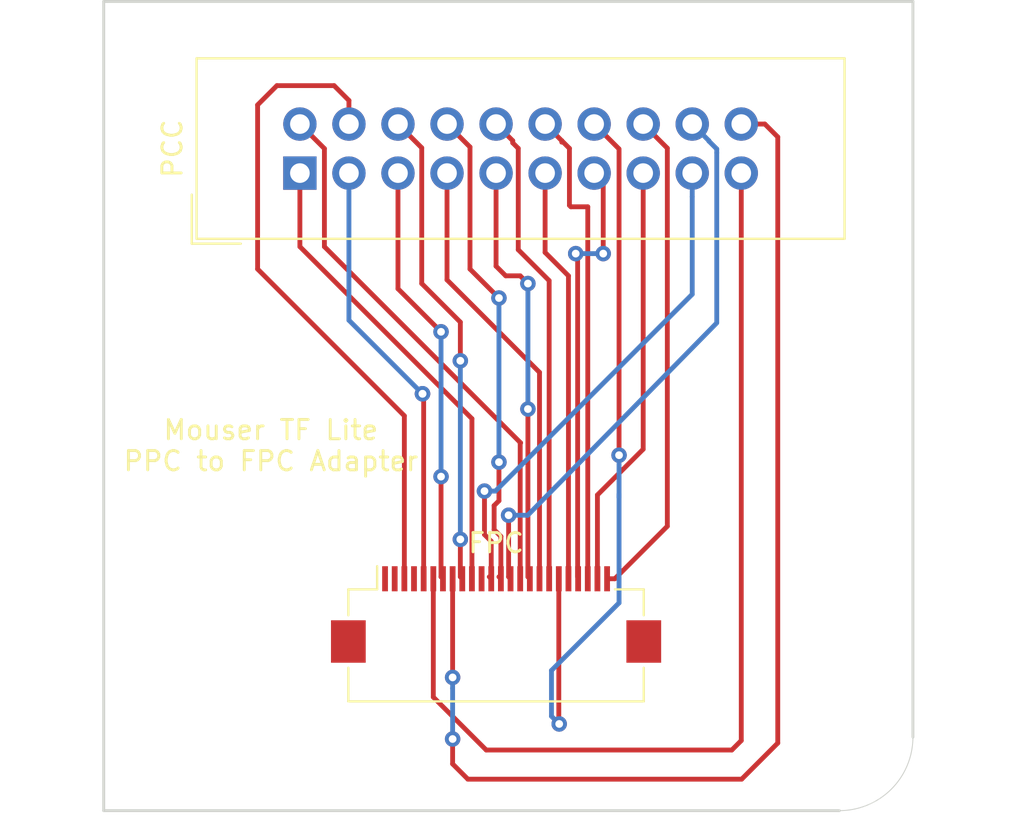
<source format=kicad_pcb>
(kicad_pcb (version 20171130) (host pcbnew "(5.1.5)-3")

  (general
    (thickness 1.6)
    (drawings 6)
    (tracks 143)
    (zones 0)
    (modules 4)
    (nets 1)
  )

  (page A4)
  (layers
    (0 F.Cu signal)
    (31 B.Cu signal)
    (32 B.Adhes user)
    (33 F.Adhes user)
    (34 B.Paste user)
    (35 F.Paste user)
    (36 B.SilkS user)
    (37 F.SilkS user)
    (38 B.Mask user)
    (39 F.Mask user)
    (40 Dwgs.User user)
    (41 Cmts.User user)
    (42 Eco1.User user)
    (43 Eco2.User user)
    (44 Edge.Cuts user)
    (45 Margin user)
    (46 B.CrtYd user)
    (47 F.CrtYd user)
    (48 B.Fab user)
    (49 F.Fab user)
  )

  (setup
    (last_trace_width 0.25)
    (trace_clearance 0.2)
    (zone_clearance 0.508)
    (zone_45_only no)
    (trace_min 0.2)
    (via_size 0.8)
    (via_drill 0.4)
    (via_min_size 0.4)
    (via_min_drill 0.3)
    (uvia_size 0.3)
    (uvia_drill 0.1)
    (uvias_allowed no)
    (uvia_min_size 0.2)
    (uvia_min_drill 0.1)
    (edge_width 0.05)
    (segment_width 0.2)
    (pcb_text_width 0.3)
    (pcb_text_size 1.5 1.5)
    (mod_edge_width 0.12)
    (mod_text_size 1 1)
    (mod_text_width 0.15)
    (pad_size 1.524 1.524)
    (pad_drill 0.762)
    (pad_to_mask_clearance 0.051)
    (solder_mask_min_width 0.25)
    (aux_axis_origin 0 0)
    (visible_elements FFFDEF7F)
    (pcbplotparams
      (layerselection 0x010fc_ffffffff)
      (usegerberextensions false)
      (usegerberattributes false)
      (usegerberadvancedattributes false)
      (creategerberjobfile false)
      (excludeedgelayer true)
      (linewidth 0.100000)
      (plotframeref false)
      (viasonmask false)
      (mode 1)
      (useauxorigin false)
      (hpglpennumber 1)
      (hpglpenspeed 20)
      (hpglpendiameter 15.000000)
      (psnegative false)
      (psa4output false)
      (plotreference true)
      (plotvalue true)
      (plotinvisibletext false)
      (padsonsilk false)
      (subtractmaskfromsilk false)
      (outputformat 1)
      (mirror false)
      (drillshape 1)
      (scaleselection 1)
      (outputdirectory ""))
  )

  (net 0 "")

  (net_class Default "This is the default net class."
    (clearance 0.2)
    (trace_width 0.25)
    (via_dia 0.8)
    (via_drill 0.4)
    (uvia_dia 0.3)
    (uvia_drill 0.1)
  )

  (module MountingHole:MountingHole_2.2mm_M2 (layer F.Cu) (tedit 56D1B4CB) (tstamp 5EBEC148)
    (at 87.73 110.7)
    (descr "Mounting Hole 2.2mm, no annular, M2")
    (tags "mounting hole 2.2mm no annular m2")
    (attr virtual)
    (fp_text reference REF** (at 0 -3.2) (layer F.SilkS) hide
      (effects (font (size 1 1) (thickness 0.15)))
    )
    (fp_text value MountingHole_2.2mm_M2 (at 0 3.2) (layer F.Fab)
      (effects (font (size 1 1) (thickness 0.15)))
    )
    (fp_circle (center 0 0) (end 2.45 0) (layer F.CrtYd) (width 0.05))
    (fp_circle (center 0 0) (end 2.2 0) (layer Cmts.User) (width 0.15))
    (fp_text user %R (at 0.3 0) (layer F.Fab)
      (effects (font (size 1 1) (thickness 0.15)))
    )
    (pad 1 np_thru_hole circle (at 0 0) (size 2.2 2.2) (drill 2.2) (layers *.Cu *.Mask))
  )

  (module MountingHole:MountingHole_2.2mm_M2 (layer F.Cu) (tedit 56D1B4CB) (tstamp 5EBEC12B)
    (at 53.64 110.53)
    (descr "Mounting Hole 2.2mm, no annular, M2")
    (tags "mounting hole 2.2mm no annular m2")
    (attr virtual)
    (fp_text reference REF** (at 0 -3.2) (layer F.SilkS) hide
      (effects (font (size 1 1) (thickness 0.15)))
    )
    (fp_text value MountingHole_2.2mm_M2 (at 0 3.2) (layer F.Fab)
      (effects (font (size 1 1) (thickness 0.15)))
    )
    (fp_circle (center 0 0) (end 2.45 0) (layer F.CrtYd) (width 0.05))
    (fp_circle (center 0 0) (end 2.2 0) (layer Cmts.User) (width 0.15))
    (fp_text user %R (at 0.3 0) (layer F.Fab)
      (effects (font (size 1 1) (thickness 0.15)))
    )
    (pad 1 np_thru_hole circle (at 0 0) (size 2.2 2.2) (drill 2.2) (layers *.Cu *.Mask))
  )

  (module Connector_IDC:IDC-Header_2x10_P2.54mm_Vertical (layer F.Cu) (tedit 59DE0251) (tstamp 5EBE9FC8)
    (at 59.69 81.28 90)
    (descr "Through hole straight IDC box header, 2x10, 2.54mm pitch, double rows")
    (tags "Through hole IDC box header THT 2x10 2.54mm double row")
    (fp_text reference PCC (at 1.27 -6.604 90) (layer F.SilkS)
      (effects (font (size 1 1) (thickness 0.15)))
    )
    (fp_text value IDC-Header_2x10_P2.54mm_Vertical (at -5.08 12.7) (layer F.Fab)
      (effects (font (size 1 1) (thickness 0.15)))
    )
    (fp_line (start -3.655 -5.6) (end -1.115 -5.6) (layer F.SilkS) (width 0.12))
    (fp_line (start -3.655 -5.6) (end -3.655 -3.06) (layer F.SilkS) (width 0.12))
    (fp_line (start -3.405 -5.35) (end 5.945 -5.35) (layer F.SilkS) (width 0.12))
    (fp_line (start -3.405 28.21) (end -3.405 -5.35) (layer F.SilkS) (width 0.12))
    (fp_line (start 5.945 28.21) (end -3.405 28.21) (layer F.SilkS) (width 0.12))
    (fp_line (start 5.945 -5.35) (end 5.945 28.21) (layer F.SilkS) (width 0.12))
    (fp_line (start -3.41 -5.35) (end 5.95 -5.35) (layer F.CrtYd) (width 0.05))
    (fp_line (start -3.41 28.21) (end -3.41 -5.35) (layer F.CrtYd) (width 0.05))
    (fp_line (start 5.95 28.21) (end -3.41 28.21) (layer F.CrtYd) (width 0.05))
    (fp_line (start 5.95 -5.35) (end 5.95 28.21) (layer F.CrtYd) (width 0.05))
    (fp_line (start -3.155 27.96) (end -2.605 27.4) (layer F.Fab) (width 0.1))
    (fp_line (start -3.155 -5.1) (end -2.605 -4.56) (layer F.Fab) (width 0.1))
    (fp_line (start 5.695 27.96) (end 5.145 27.4) (layer F.Fab) (width 0.1))
    (fp_line (start 5.695 -5.1) (end 5.145 -4.56) (layer F.Fab) (width 0.1))
    (fp_line (start 5.145 27.4) (end -2.605 27.4) (layer F.Fab) (width 0.1))
    (fp_line (start 5.695 27.96) (end -3.155 27.96) (layer F.Fab) (width 0.1))
    (fp_line (start 5.145 -4.56) (end -2.605 -4.56) (layer F.Fab) (width 0.1))
    (fp_line (start 5.695 -5.1) (end -3.155 -5.1) (layer F.Fab) (width 0.1))
    (fp_line (start -2.605 13.68) (end -3.155 13.68) (layer F.Fab) (width 0.1))
    (fp_line (start -2.605 9.18) (end -3.155 9.18) (layer F.Fab) (width 0.1))
    (fp_line (start -2.605 13.68) (end -2.605 27.4) (layer F.Fab) (width 0.1))
    (fp_line (start -2.605 -4.56) (end -2.605 9.18) (layer F.Fab) (width 0.1))
    (fp_line (start -3.155 -5.1) (end -3.155 27.96) (layer F.Fab) (width 0.1))
    (fp_line (start 5.145 -4.56) (end 5.145 27.4) (layer F.Fab) (width 0.1))
    (fp_line (start 5.695 -5.1) (end 5.695 27.96) (layer F.Fab) (width 0.1))
    (fp_text user %R (at 1.27 11.43 90) (layer F.Fab)
      (effects (font (size 1 1) (thickness 0.15)))
    )
    (pad 20 thru_hole oval (at 2.54 22.86 90) (size 1.7272 1.7272) (drill 1.016) (layers *.Cu *.Mask))
    (pad 19 thru_hole oval (at 0 22.86 90) (size 1.7272 1.7272) (drill 1.016) (layers *.Cu *.Mask))
    (pad 18 thru_hole oval (at 2.54 20.32 90) (size 1.7272 1.7272) (drill 1.016) (layers *.Cu *.Mask))
    (pad 17 thru_hole oval (at 0 20.32 90) (size 1.7272 1.7272) (drill 1.016) (layers *.Cu *.Mask))
    (pad 16 thru_hole oval (at 2.54 17.78 90) (size 1.7272 1.7272) (drill 1.016) (layers *.Cu *.Mask))
    (pad 15 thru_hole oval (at 0 17.78 90) (size 1.7272 1.7272) (drill 1.016) (layers *.Cu *.Mask))
    (pad 14 thru_hole oval (at 2.54 15.24 90) (size 1.7272 1.7272) (drill 1.016) (layers *.Cu *.Mask))
    (pad 13 thru_hole oval (at 0 15.24 90) (size 1.7272 1.7272) (drill 1.016) (layers *.Cu *.Mask))
    (pad 12 thru_hole oval (at 2.54 12.7 90) (size 1.7272 1.7272) (drill 1.016) (layers *.Cu *.Mask))
    (pad 11 thru_hole oval (at 0 12.7 90) (size 1.7272 1.7272) (drill 1.016) (layers *.Cu *.Mask))
    (pad 10 thru_hole oval (at 2.54 10.16 90) (size 1.7272 1.7272) (drill 1.016) (layers *.Cu *.Mask))
    (pad 9 thru_hole oval (at 0 10.16 90) (size 1.7272 1.7272) (drill 1.016) (layers *.Cu *.Mask))
    (pad 8 thru_hole oval (at 2.54 7.62 90) (size 1.7272 1.7272) (drill 1.016) (layers *.Cu *.Mask))
    (pad 7 thru_hole oval (at 0 7.62 90) (size 1.7272 1.7272) (drill 1.016) (layers *.Cu *.Mask))
    (pad 6 thru_hole oval (at 2.54 5.08 90) (size 1.7272 1.7272) (drill 1.016) (layers *.Cu *.Mask))
    (pad 5 thru_hole oval (at 0 5.08 90) (size 1.7272 1.7272) (drill 1.016) (layers *.Cu *.Mask))
    (pad 4 thru_hole oval (at 2.54 2.54 90) (size 1.7272 1.7272) (drill 1.016) (layers *.Cu *.Mask))
    (pad 3 thru_hole oval (at 0 2.54 90) (size 1.7272 1.7272) (drill 1.016) (layers *.Cu *.Mask))
    (pad 2 thru_hole oval (at 2.54 0 90) (size 1.7272 1.7272) (drill 1.016) (layers *.Cu *.Mask))
    (pad 1 thru_hole rect (at 0 0 90) (size 1.7272 1.7272) (drill 1.016) (layers *.Cu *.Mask))
    (model ${KISYS3DMOD}/Connector_IDC.3dshapes/IDC-Header_2x10_P2.54mm_Vertical.wrl
      (at (xyz 0 0 0))
      (scale (xyz 1 1 1))
      (rotate (xyz 0 0 0))
    )
  )

  (module Connector_FFC-FPC:Hirose_FH12-24S-0.5SH_1x24-1MP_P0.50mm_Horizontal (layer F.Cu) (tedit 5D24667B) (tstamp 5EBE9B89)
    (at 69.85 104.14)
    (descr "Hirose FH12, FFC/FPC connector, FH12-24S-0.5SH, 24 Pins per row (https://www.hirose.com/product/en/products/FH12/FH12-24S-0.5SH(55)/), generated with kicad-footprint-generator")
    (tags "connector Hirose FH12 horizontal")
    (attr smd)
    (fp_text reference FPC (at 0 -3.7) (layer F.SilkS)
      (effects (font (size 1 1) (thickness 0.15)))
    )
    (fp_text value "1x24 P0.50mm" (at 0 5.6) (layer F.Fab)
      (effects (font (size 1 1) (thickness 0.15)))
    )
    (fp_text user %R (at 0 3.7) (layer F.Fab)
      (effects (font (size 1 1) (thickness 0.15)))
    )
    (fp_line (start 9.05 -3) (end -9.05 -3) (layer F.CrtYd) (width 0.05))
    (fp_line (start 9.05 4.9) (end 9.05 -3) (layer F.CrtYd) (width 0.05))
    (fp_line (start -9.05 4.9) (end 9.05 4.9) (layer F.CrtYd) (width 0.05))
    (fp_line (start -9.05 -3) (end -9.05 4.9) (layer F.CrtYd) (width 0.05))
    (fp_line (start -5.75 -0.492893) (end -5.25 -1.2) (layer F.Fab) (width 0.1))
    (fp_line (start -6.25 -1.2) (end -5.75 -0.492893) (layer F.Fab) (width 0.1))
    (fp_line (start -6.16 -1.3) (end -6.16 -2.5) (layer F.SilkS) (width 0.12))
    (fp_line (start 7.65 4.5) (end 7.65 2.76) (layer F.SilkS) (width 0.12))
    (fp_line (start -7.65 4.5) (end 7.65 4.5) (layer F.SilkS) (width 0.12))
    (fp_line (start -7.65 2.76) (end -7.65 4.5) (layer F.SilkS) (width 0.12))
    (fp_line (start 7.65 -1.3) (end 7.65 0.04) (layer F.SilkS) (width 0.12))
    (fp_line (start 6.16 -1.3) (end 7.65 -1.3) (layer F.SilkS) (width 0.12))
    (fp_line (start -7.65 -1.3) (end -7.65 0.04) (layer F.SilkS) (width 0.12))
    (fp_line (start -6.16 -1.3) (end -7.65 -1.3) (layer F.SilkS) (width 0.12))
    (fp_line (start 7.45 4.4) (end 0 4.4) (layer F.Fab) (width 0.1))
    (fp_line (start 7.45 3.7) (end 7.45 4.4) (layer F.Fab) (width 0.1))
    (fp_line (start 6.95 3.7) (end 7.45 3.7) (layer F.Fab) (width 0.1))
    (fp_line (start 6.95 3.4) (end 6.95 3.7) (layer F.Fab) (width 0.1))
    (fp_line (start 7.55 3.4) (end 6.95 3.4) (layer F.Fab) (width 0.1))
    (fp_line (start 7.55 -1.2) (end 7.55 3.4) (layer F.Fab) (width 0.1))
    (fp_line (start 0 -1.2) (end 7.55 -1.2) (layer F.Fab) (width 0.1))
    (fp_line (start -7.45 4.4) (end 0 4.4) (layer F.Fab) (width 0.1))
    (fp_line (start -7.45 3.7) (end -7.45 4.4) (layer F.Fab) (width 0.1))
    (fp_line (start -6.95 3.7) (end -7.45 3.7) (layer F.Fab) (width 0.1))
    (fp_line (start -6.95 3.4) (end -6.95 3.7) (layer F.Fab) (width 0.1))
    (fp_line (start -7.55 3.4) (end -6.95 3.4) (layer F.Fab) (width 0.1))
    (fp_line (start -7.55 -1.2) (end -7.55 3.4) (layer F.Fab) (width 0.1))
    (fp_line (start 0 -1.2) (end -7.55 -1.2) (layer F.Fab) (width 0.1))
    (pad 24 smd rect (at 5.75 -1.85) (size 0.3 1.3) (layers F.Cu F.Paste F.Mask))
    (pad 23 smd rect (at 5.25 -1.85) (size 0.3 1.3) (layers F.Cu F.Paste F.Mask))
    (pad 22 smd rect (at 4.75 -1.85) (size 0.3 1.3) (layers F.Cu F.Paste F.Mask))
    (pad 21 smd rect (at 4.25 -1.85) (size 0.3 1.3) (layers F.Cu F.Paste F.Mask))
    (pad 20 smd rect (at 3.75 -1.85) (size 0.3 1.3) (layers F.Cu F.Paste F.Mask))
    (pad 19 smd rect (at 3.25 -1.85) (size 0.3 1.3) (layers F.Cu F.Paste F.Mask))
    (pad 18 smd rect (at 2.75 -1.85) (size 0.3 1.3) (layers F.Cu F.Paste F.Mask))
    (pad 17 smd rect (at 2.25 -1.85) (size 0.3 1.3) (layers F.Cu F.Paste F.Mask))
    (pad 16 smd rect (at 1.75 -1.85) (size 0.3 1.3) (layers F.Cu F.Paste F.Mask))
    (pad 15 smd rect (at 1.25 -1.85) (size 0.3 1.3) (layers F.Cu F.Paste F.Mask))
    (pad 14 smd rect (at 0.75 -1.85) (size 0.3 1.3) (layers F.Cu F.Paste F.Mask))
    (pad 13 smd rect (at 0.25 -1.85) (size 0.3 1.3) (layers F.Cu F.Paste F.Mask))
    (pad 12 smd rect (at -0.25 -1.85) (size 0.3 1.3) (layers F.Cu F.Paste F.Mask))
    (pad 11 smd rect (at -0.75 -1.85) (size 0.3 1.3) (layers F.Cu F.Paste F.Mask))
    (pad 10 smd rect (at -1.25 -1.85) (size 0.3 1.3) (layers F.Cu F.Paste F.Mask))
    (pad 9 smd rect (at -1.75 -1.85) (size 0.3 1.3) (layers F.Cu F.Paste F.Mask))
    (pad 8 smd rect (at -2.25 -1.85) (size 0.3 1.3) (layers F.Cu F.Paste F.Mask))
    (pad 7 smd rect (at -2.75 -1.85) (size 0.3 1.3) (layers F.Cu F.Paste F.Mask))
    (pad 6 smd rect (at -3.25 -1.85) (size 0.3 1.3) (layers F.Cu F.Paste F.Mask))
    (pad 5 smd rect (at -3.75 -1.85) (size 0.3 1.3) (layers F.Cu F.Paste F.Mask))
    (pad 4 smd rect (at -4.25 -1.85) (size 0.3 1.3) (layers F.Cu F.Paste F.Mask))
    (pad 3 smd rect (at -4.75 -1.85) (size 0.3 1.3) (layers F.Cu F.Paste F.Mask))
    (pad 2 smd rect (at -5.25 -1.85) (size 0.3 1.3) (layers F.Cu F.Paste F.Mask))
    (pad 1 smd rect (at -5.75 -1.85) (size 0.3 1.3) (layers F.Cu F.Paste F.Mask))
    (pad MP smd rect (at -7.65 1.4) (size 1.8 2.2) (layers F.Cu F.Paste F.Mask))
    (pad MP smd rect (at 7.65 1.4) (size 1.8 2.2) (layers F.Cu F.Paste F.Mask))
    (model ${KISYS3DMOD}/Connector_FFC-FPC.3dshapes/Hirose_FH12-24S-0.5SH_1x24-1MP_P0.50mm_Horizontal.wrl
      (at (xyz 0 0 0))
      (scale (xyz 1 1 1))
      (rotate (xyz 0 0 0))
    )
  )

  (gr_text "Mouser TF Lite\nPPC to FPC Adapter" (at 58.19 95.39) (layer F.SilkS)
    (effects (font (size 1 1) (thickness 0.15)))
  )
  (gr_line (start 91.44 72.39) (end 91.44 110.49) (layer Edge.Cuts) (width 0.15))
  (gr_arc (start 87.63 110.49) (end 87.63 114.3) (angle -90) (layer Edge.Cuts) (width 0.05))
  (gr_line (start 49.53 114.3) (end 49.53 72.39) (layer Edge.Cuts) (width 0.15) (tstamp 5EBEA1AA))
  (gr_line (start 87.63 114.3) (end 49.53 114.3) (layer Edge.Cuts) (width 0.15))
  (gr_line (start 49.53 72.39) (end 91.44 72.39) (layer Edge.Cuts) (width 0.15))

  (segment (start 68.6 94) (end 68.6 102.29) (width 0.25) (layer F.Cu) (net 0))
  (segment (start 59.69 81.28) (end 59.69 85.09) (width 0.25) (layer F.Cu) (net 0))
  (segment (start 59.69 85.09) (end 68.6 94) (width 0.25) (layer F.Cu) (net 0))
  (segment (start 59.69 78.74) (end 60.96 80.01) (width 0.25) (layer F.Cu) (net 0))
  (segment (start 60.96 80.01) (end 60.96 85.09) (width 0.25) (layer F.Cu) (net 0))
  (segment (start 60.96 85.09) (end 71.12 95.25) (width 0.25) (layer F.Cu) (net 0))
  (segment (start 71.1 95.27) (end 71.1 102.29) (width 0.25) (layer F.Cu) (net 0))
  (segment (start 71.12 95.25) (end 71.1 95.27) (width 0.25) (layer F.Cu) (net 0))
  (segment (start 62.23 81.28) (end 62.23 88.9) (width 0.25) (layer B.Cu) (net 0))
  (segment (start 62.23 88.9) (end 66.04 92.71) (width 0.25) (layer B.Cu) (net 0))
  (segment (start 66.04 92.71) (end 66.04 92.71) (width 0.25) (layer B.Cu) (net 0) (tstamp 5EBEB060))
  (via (at 66.04 92.71) (size 0.8) (drill 0.4) (layers F.Cu B.Cu) (net 0))
  (segment (start 66.04 92.71) (end 66.04 92.71) (width 0.25) (layer B.Cu) (net 0) (tstamp 5EBEB06D))
  (via (at 66.04 92.71) (size 0.8) (drill 0.4) (layers F.Cu B.Cu) (net 0))
  (segment (start 66.1 92.77) (end 66.04 92.71) (width 0.25) (layer F.Cu) (net 0))
  (segment (start 66.1 102.29) (end 66.1 92.77) (width 0.25) (layer F.Cu) (net 0))
  (segment (start 62.23 77.518686) (end 61.461314 76.75) (width 0.25) (layer F.Cu) (net 0))
  (segment (start 62.23 78.74) (end 62.23 77.518686) (width 0.25) (layer F.Cu) (net 0))
  (segment (start 61.461314 76.75) (end 58.5 76.75) (width 0.25) (layer F.Cu) (net 0))
  (segment (start 58.5 76.75) (end 57.5 77.75) (width 0.25) (layer F.Cu) (net 0))
  (segment (start 57.5 77.75) (end 57.5 86.25) (width 0.25) (layer F.Cu) (net 0))
  (segment (start 65.1 93.85) (end 65.1 102.29) (width 0.25) (layer F.Cu) (net 0))
  (segment (start 57.5 86.25) (end 65.1 93.85) (width 0.25) (layer F.Cu) (net 0))
  (via (at 67 97) (size 0.8) (drill 0.4) (layers F.Cu B.Cu) (net 0))
  (segment (start 67 102.19) (end 67.1 102.29) (width 0.25) (layer F.Cu) (net 0))
  (segment (start 67 97) (end 67 102.19) (width 0.25) (layer F.Cu) (net 0))
  (via (at 67 89.5) (size 0.8) (drill 0.4) (layers F.Cu B.Cu) (net 0))
  (segment (start 67 89.5) (end 67 97) (width 0.25) (layer B.Cu) (net 0))
  (segment (start 64.77 87.27) (end 67 89.5) (width 0.25) (layer F.Cu) (net 0))
  (segment (start 64.77 81.28) (end 64.77 87.27) (width 0.25) (layer F.Cu) (net 0))
  (via (at 68 100.25) (size 0.8) (drill 0.4) (layers F.Cu B.Cu) (net 0))
  (segment (start 68 102.19) (end 68.1 102.29) (width 0.25) (layer F.Cu) (net 0))
  (segment (start 68 100.25) (end 68 102.19) (width 0.25) (layer F.Cu) (net 0))
  (via (at 68 91) (size 0.8) (drill 0.4) (layers F.Cu B.Cu) (net 0))
  (segment (start 64.77 78.74) (end 66 79.97) (width 0.25) (layer F.Cu) (net 0))
  (segment (start 66 79.97) (end 66 87) (width 0.25) (layer F.Cu) (net 0))
  (segment (start 68 89) (end 68 91) (width 0.25) (layer F.Cu) (net 0))
  (segment (start 66 87) (end 68 89) (width 0.25) (layer F.Cu) (net 0))
  (segment (start 68 91) (end 68 100.25) (width 0.25) (layer B.Cu) (net 0))
  (segment (start 67.31 81.28) (end 67.31 86.81) (width 0.25) (layer F.Cu) (net 0))
  (segment (start 72.1 91.6) (end 72.1 102.29) (width 0.25) (layer F.Cu) (net 0))
  (segment (start 67.31 86.81) (end 72.1 91.6) (width 0.25) (layer F.Cu) (net 0))
  (via (at 70 96.25) (size 0.8) (drill 0.4) (layers F.Cu B.Cu) (net 0))
  (via (at 69.25 97.75) (size 0.8) (drill 0.4) (layers F.Cu B.Cu) (net 0))
  (segment (start 70 102.19) (end 70.1 102.29) (width 0.25) (layer F.Cu) (net 0))
  (segment (start 69.5 102.19) (end 69.6 102.29) (width 0.25) (layer F.Cu) (net 0))
  (segment (start 69.25 97.75) (end 69.25 100) (width 0.25) (layer F.Cu) (net 0))
  (segment (start 69.6 100.35) (end 69.6 102.29) (width 0.25) (layer F.Cu) (net 0))
  (segment (start 69.25 100) (end 69.6 100.35) (width 0.25) (layer F.Cu) (net 0))
  (via (at 70.5 99) (size 0.8) (drill 0.4) (layers F.Cu B.Cu) (net 0))
  (segment (start 70.5 102.19) (end 70.6 102.29) (width 0.25) (layer F.Cu) (net 0))
  (segment (start 70.5 99) (end 70.5 102.19) (width 0.25) (layer F.Cu) (net 0))
  (segment (start 70.1 102.29) (end 70.1 100.1) (width 0.25) (layer F.Cu) (net 0))
  (segment (start 70.1 100.1) (end 69.75 99.75) (width 0.25) (layer F.Cu) (net 0))
  (segment (start 69.75 99.75) (end 69.75 98.5) (width 0.25) (layer F.Cu) (net 0))
  (segment (start 70 98.25) (end 70 96.25) (width 0.25) (layer F.Cu) (net 0))
  (segment (start 69.75 98.5) (end 70 98.25) (width 0.25) (layer F.Cu) (net 0))
  (via (at 70 87.75) (size 0.8) (drill 0.4) (layers F.Cu B.Cu) (net 0))
  (segment (start 67.31 78.74) (end 68.5 79.93) (width 0.25) (layer F.Cu) (net 0))
  (segment (start 68.5 86.25) (end 70 87.75) (width 0.25) (layer F.Cu) (net 0))
  (segment (start 68.5 79.93) (end 68.5 86.25) (width 0.25) (layer F.Cu) (net 0))
  (segment (start 70 87.75) (end 70 96.25) (width 0.25) (layer B.Cu) (net 0))
  (via (at 71.5 93.5) (size 0.8) (drill 0.4) (layers F.Cu B.Cu) (net 0))
  (segment (start 71.5 102.19) (end 71.6 102.29) (width 0.25) (layer F.Cu) (net 0))
  (segment (start 71.5 93.5) (end 71.5 102.19) (width 0.25) (layer F.Cu) (net 0))
  (segment (start 69.85 81.28) (end 69.85 86.1) (width 0.25) (layer F.Cu) (net 0))
  (via (at 71.5 87) (size 0.8) (drill 0.4) (layers F.Cu B.Cu) (net 0))
  (segment (start 70.350001 86.600001) (end 69.85 86.1) (width 0.25) (layer F.Cu) (net 0))
  (segment (start 71.100001 86.600001) (end 70.350001 86.600001) (width 0.25) (layer F.Cu) (net 0))
  (segment (start 71.5 87) (end 71.100001 86.600001) (width 0.25) (layer F.Cu) (net 0))
  (segment (start 71.5 87) (end 71.5 93.5) (width 0.25) (layer B.Cu) (net 0))
  (segment (start 70.713599 79.603599) (end 70.713599 79.713599) (width 0.25) (layer F.Cu) (net 0))
  (segment (start 69.85 78.74) (end 70.713599 79.603599) (width 0.25) (layer F.Cu) (net 0))
  (segment (start 70.713599 79.713599) (end 71 80) (width 0.25) (layer F.Cu) (net 0))
  (segment (start 71 80) (end 71 85.25) (width 0.25) (layer F.Cu) (net 0))
  (segment (start 72.6 86.85) (end 72.6 102.29) (width 0.25) (layer F.Cu) (net 0))
  (segment (start 71 85.25) (end 72.6 86.85) (width 0.25) (layer F.Cu) (net 0))
  (segment (start 72.39 81.28) (end 72.39 85.39) (width 0.25) (layer F.Cu) (net 0))
  (segment (start 73.6 86.6) (end 73.6 102.29) (width 0.25) (layer F.Cu) (net 0))
  (segment (start 72.39 85.39) (end 73.6 86.6) (width 0.25) (layer F.Cu) (net 0))
  (segment (start 72.39 78.74) (end 73.253599 79.603599) (width 0.25) (layer F.Cu) (net 0))
  (segment (start 73.253599 79.603599) (end 73.253599 79.678599) (width 0.25) (layer F.Cu) (net 0))
  (segment (start 73.253599 79.603599) (end 73.65 80) (width 0.25) (layer F.Cu) (net 0))
  (segment (start 73.725 83.025) (end 74.6 83.025) (width 0.25) (layer F.Cu) (net 0))
  (segment (start 73.65 82.95) (end 73.725 83.025) (width 0.25) (layer F.Cu) (net 0))
  (segment (start 73.65 80) (end 73.65 82.95) (width 0.25) (layer F.Cu) (net 0))
  (via (at 75.4 85.45) (size 0.8) (drill 0.4) (layers F.Cu B.Cu) (net 0))
  (via (at 73.975 85.45) (size 0.8) (drill 0.4) (layers F.Cu B.Cu) (net 0))
  (segment (start 74.075 85.475) (end 74.075 102.19) (width 0.25) (layer F.Cu) (net 0))
  (segment (start 73.975 85.45) (end 75.4 85.45) (width 0.25) (layer B.Cu) (net 0))
  (segment (start 75.4 81.75) (end 74.93 81.28) (width 0.25) (layer F.Cu) (net 0))
  (segment (start 75.4 85.45) (end 75.4 81.75) (width 0.25) (layer F.Cu) (net 0))
  (segment (start 74.6 83.025) (end 74.6 102.29) (width 0.25) (layer F.Cu) (net 0))
  (via (at 73.12 109.81) (size 0.8) (drill 0.4) (layers F.Cu B.Cu) (net 0))
  (segment (start 73.1 109.79) (end 73.12 109.81) (width 0.25) (layer F.Cu) (net 0))
  (segment (start 73.1 102.29) (end 73.1 109.79) (width 0.25) (layer F.Cu) (net 0))
  (segment (start 76.19 80) (end 74.93 78.74) (width 0.25) (layer F.Cu) (net 0))
  (segment (start 72.720001 109.410001) (end 72.720001 107.039999) (width 0.25) (layer B.Cu) (net 0))
  (segment (start 73.12 109.81) (end 72.720001 109.410001) (width 0.25) (layer B.Cu) (net 0))
  (segment (start 72.720001 107.039999) (end 76.22 103.54) (width 0.25) (layer B.Cu) (net 0))
  (segment (start 78.72 99.57) (end 76 102.29) (width 0.25) (layer F.Cu) (net 0))
  (segment (start 76 102.29) (end 75.6 102.29) (width 0.25) (layer F.Cu) (net 0))
  (segment (start 78.72 79.99) (end 78.72 99.57) (width 0.25) (layer F.Cu) (net 0))
  (segment (start 77.47 78.74) (end 78.72 79.99) (width 0.25) (layer F.Cu) (net 0))
  (segment (start 77.47 81.28) (end 77.47 95.58) (width 0.25) (layer F.Cu) (net 0))
  (segment (start 75.1 97.95) (end 75.1 102.29) (width 0.25) (layer F.Cu) (net 0))
  (segment (start 77.47 95.58) (end 75.1 97.95) (width 0.25) (layer F.Cu) (net 0))
  (segment (start 82.55 81.28) (end 82.55 110.67) (width 0.25) (layer F.Cu) (net 0))
  (segment (start 82.55 110.67) (end 82.06 111.16) (width 0.25) (layer F.Cu) (net 0))
  (segment (start 82.06 111.16) (end 69.34 111.16) (width 0.25) (layer F.Cu) (net 0))
  (segment (start 66.6 108.42) (end 66.6 102.29) (width 0.25) (layer F.Cu) (net 0))
  (segment (start 69.34 111.16) (end 66.6 108.42) (width 0.25) (layer F.Cu) (net 0))
  (segment (start 83.771314 78.74) (end 84.44 79.408686) (width 0.25) (layer F.Cu) (net 0))
  (segment (start 82.55 78.74) (end 83.771314 78.74) (width 0.25) (layer F.Cu) (net 0))
  (segment (start 84.44 79.408686) (end 84.44 110.8) (width 0.25) (layer F.Cu) (net 0))
  (segment (start 84.44 110.8) (end 82.57 112.67) (width 0.25) (layer F.Cu) (net 0))
  (segment (start 82.57 112.67) (end 68.39 112.67) (width 0.25) (layer F.Cu) (net 0))
  (segment (start 68.39 112.67) (end 67.6 111.88) (width 0.25) (layer F.Cu) (net 0))
  (segment (start 67.6 111.88) (end 67.6 110.59) (width 0.25) (layer F.Cu) (net 0))
  (segment (start 67.6 107.45) (end 67.6 107.4) (width 0.25) (layer F.Cu) (net 0))
  (segment (start 67.6 110.59) (end 67.6 110.59) (width 0.25) (layer F.Cu) (net 0) (tstamp 5EBEB936))
  (via (at 67.6 110.59) (size 0.8) (drill 0.4) (layers F.Cu B.Cu) (net 0))
  (segment (start 67.6 107.4) (end 67.6 102.29) (width 0.25) (layer F.Cu) (net 0) (tstamp 5EBEB938))
  (via (at 67.6 107.4) (size 0.8) (drill 0.4) (layers F.Cu B.Cu) (net 0))
  (segment (start 67.6 107.965685) (end 67.6 110.59) (width 0.25) (layer B.Cu) (net 0))
  (segment (start 67.6 107.4) (end 67.6 107.965685) (width 0.25) (layer B.Cu) (net 0))
  (segment (start 76.22 95.89) (end 76.22 95.89) (width 0.25) (layer F.Cu) (net 0))
  (segment (start 76.22 95.89) (end 76.22 80.03) (width 0.25) (layer F.Cu) (net 0) (tstamp 5EBEB942))
  (via (at 76.22 95.89) (size 0.8) (drill 0.4) (layers F.Cu B.Cu) (net 0))
  (segment (start 76.22 95.89) (end 76.22 98.06) (width 0.25) (layer B.Cu) (net 0))
  (segment (start 76.22 103.54) (end 76.22 98.06) (width 0.25) (layer B.Cu) (net 0))
  (segment (start 76.22 98.06) (end 76.22 97.92) (width 0.25) (layer B.Cu) (net 0))
  (segment (start 70.5 99) (end 71.49 99) (width 0.25) (layer B.Cu) (net 0))
  (segment (start 80.01 82.501314) (end 80.01 81.28) (width 0.25) (layer B.Cu) (net 0))
  (segment (start 80.01 87.555685) (end 80.01 82.501314) (width 0.25) (layer B.Cu) (net 0))
  (segment (start 69.815685 97.75) (end 80.01 87.555685) (width 0.25) (layer B.Cu) (net 0))
  (segment (start 69.25 97.75) (end 69.815685 97.75) (width 0.25) (layer B.Cu) (net 0))
  (segment (start 81.28 80.23) (end 81.28 88.99) (width 0.25) (layer B.Cu) (net 0))
  (segment (start 80.873599 79.603599) (end 80.873599 79.623599) (width 0.25) (layer B.Cu) (net 0))
  (segment (start 80.01 78.74) (end 80.873599 79.603599) (width 0.25) (layer B.Cu) (net 0))
  (segment (start 81.28 80.03) (end 81.28 80.23) (width 0.25) (layer B.Cu) (net 0))
  (segment (start 80.873599 79.623599) (end 81.28 80.03) (width 0.25) (layer B.Cu) (net 0))
  (segment (start 71.48 99.01) (end 81.28 89.04) (width 0.25) (layer B.Cu) (net 0))

)

</source>
